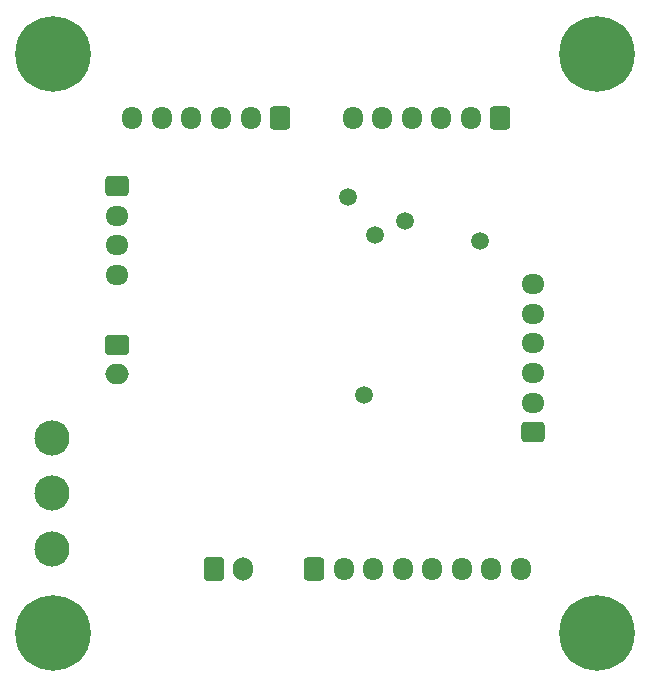
<source format=gbr>
%TF.GenerationSoftware,KiCad,Pcbnew,8.0.5*%
%TF.CreationDate,2024-10-22T23:27:25+02:00*%
%TF.ProjectId,TagBot,54616742-6f74-42e6-9b69-6361645f7063,rev?*%
%TF.SameCoordinates,Original*%
%TF.FileFunction,Soldermask,Bot*%
%TF.FilePolarity,Negative*%
%FSLAX46Y46*%
G04 Gerber Fmt 4.6, Leading zero omitted, Abs format (unit mm)*
G04 Created by KiCad (PCBNEW 8.0.5) date 2024-10-22 23:27:25*
%MOMM*%
%LPD*%
G01*
G04 APERTURE LIST*
G04 Aperture macros list*
%AMRoundRect*
0 Rectangle with rounded corners*
0 $1 Rounding radius*
0 $2 $3 $4 $5 $6 $7 $8 $9 X,Y pos of 4 corners*
0 Add a 4 corners polygon primitive as box body*
4,1,4,$2,$3,$4,$5,$6,$7,$8,$9,$2,$3,0*
0 Add four circle primitives for the rounded corners*
1,1,$1+$1,$2,$3*
1,1,$1+$1,$4,$5*
1,1,$1+$1,$6,$7*
1,1,$1+$1,$8,$9*
0 Add four rect primitives between the rounded corners*
20,1,$1+$1,$2,$3,$4,$5,0*
20,1,$1+$1,$4,$5,$6,$7,0*
20,1,$1+$1,$6,$7,$8,$9,0*
20,1,$1+$1,$8,$9,$2,$3,0*%
G04 Aperture macros list end*
%ADD10C,2.979000*%
%ADD11RoundRect,0.250000X-0.600000X-0.750000X0.600000X-0.750000X0.600000X0.750000X-0.600000X0.750000X0*%
%ADD12O,1.700000X2.000000*%
%ADD13C,0.800000*%
%ADD14C,6.400000*%
%ADD15C,1.500000*%
%ADD16RoundRect,0.250000X0.600000X0.725000X-0.600000X0.725000X-0.600000X-0.725000X0.600000X-0.725000X0*%
%ADD17O,1.700000X1.950000*%
%ADD18RoundRect,0.250000X-0.750000X0.600000X-0.750000X-0.600000X0.750000X-0.600000X0.750000X0.600000X0*%
%ADD19O,2.000000X1.700000*%
%ADD20RoundRect,0.250000X0.725000X-0.600000X0.725000X0.600000X-0.725000X0.600000X-0.725000X-0.600000X0*%
%ADD21O,1.950000X1.700000*%
%ADD22RoundRect,0.250000X-0.725000X0.600000X-0.725000X-0.600000X0.725000X-0.600000X0.725000X0.600000X0*%
%ADD23RoundRect,0.250000X-0.600000X-0.725000X0.600000X-0.725000X0.600000X0.725000X-0.600000X0.725000X0*%
G04 APERTURE END LIST*
D10*
%TO.C,charg*%
X39900000Y-81900000D03*
X39900000Y-77200000D03*
X39900000Y-72500000D03*
%TD*%
D11*
%TO.C,Charg*%
X53600000Y-83600000D03*
D12*
X56100000Y-83600000D03*
%TD*%
D13*
%TO.C,H103*%
X37600000Y-89000000D03*
X38302944Y-87302944D03*
X38302944Y-90697056D03*
X40000000Y-86600000D03*
D14*
X40000000Y-89000000D03*
D13*
X40000000Y-91400000D03*
X41697056Y-87302944D03*
X41697056Y-90697056D03*
X42400000Y-89000000D03*
%TD*%
D15*
%TO.C,RIGHT_REV*%
X76100000Y-55850000D03*
%TD*%
D16*
%TO.C,J1001*%
X77850000Y-45400000D03*
D17*
X75350000Y-45400000D03*
X72850000Y-45400000D03*
X70350000Y-45400000D03*
X67850000Y-45400000D03*
X65350000Y-45400000D03*
%TD*%
D13*
%TO.C,H101*%
X37600000Y-40000000D03*
X38302944Y-38302944D03*
X38302944Y-41697056D03*
X40000000Y-37600000D03*
D14*
X40000000Y-40000000D03*
D13*
X40000000Y-42400000D03*
X41697056Y-38302944D03*
X41697056Y-41697056D03*
X42400000Y-40000000D03*
%TD*%
D18*
%TO.C,Batt*%
X45400000Y-64600000D03*
D19*
X45400000Y-67100000D03*
%TD*%
D15*
%TO.C,RIGHT_FWD*%
X69750000Y-54150000D03*
%TD*%
%TO.C,TPLEFT_FWD*%
X67250000Y-55350000D03*
%TD*%
D16*
%TO.C,J1002*%
X59200000Y-45400000D03*
D17*
X56700000Y-45400000D03*
X54200000Y-45400000D03*
X51700000Y-45400000D03*
X49200000Y-45400000D03*
X46700000Y-45400000D03*
%TD*%
D20*
%TO.C,LIDAR*%
X80600000Y-72000000D03*
D21*
X80600000Y-69500000D03*
X80600000Y-67000000D03*
X80600000Y-64500000D03*
X80600000Y-62000000D03*
X80600000Y-59500000D03*
%TD*%
D15*
%TO.C,LEFT_REV*%
X64950000Y-52075000D03*
%TD*%
D22*
%TO.C,J1101*%
X45400000Y-51200000D03*
D21*
X45400000Y-53700000D03*
X45400000Y-56200000D03*
X45400000Y-58700000D03*
%TD*%
D13*
%TO.C,H104*%
X83600000Y-89000000D03*
X84302944Y-87302944D03*
X84302944Y-90697056D03*
X86000000Y-86600000D03*
D14*
X86000000Y-89000000D03*
D13*
X86000000Y-91400000D03*
X87697056Y-87302944D03*
X87697056Y-90697056D03*
X88400000Y-89000000D03*
%TD*%
%TO.C,H102*%
X83600000Y-40000000D03*
X84302944Y-38302944D03*
X84302944Y-41697056D03*
X86000000Y-37600000D03*
D14*
X86000000Y-40000000D03*
D13*
X86000000Y-42400000D03*
X87697056Y-38302944D03*
X87697056Y-41697056D03*
X88400000Y-40000000D03*
%TD*%
D23*
%TO.C,J901*%
X62100000Y-83600000D03*
D17*
X64600000Y-83600000D03*
X67100000Y-83600000D03*
X69600000Y-83600000D03*
X72100000Y-83600000D03*
X74600000Y-83600000D03*
X77100000Y-83600000D03*
X79600000Y-83600000D03*
%TD*%
D15*
%TO.C,MISO*%
X66275000Y-68900000D03*
%TD*%
M02*

</source>
